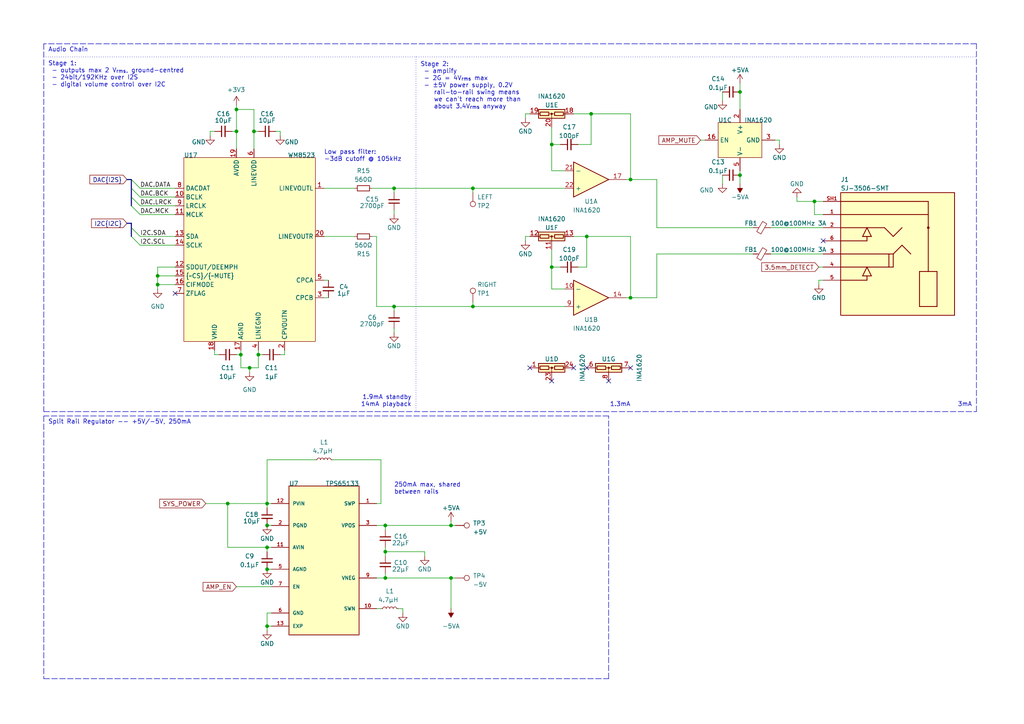
<source format=kicad_sch>
(kicad_sch (version 20230121) (generator eeschema)
  (paper "A4")
  (title_block (title "TANGARA") (date "2023-05-30") (rev "4") (company "made by jacqueline") (comment 1 "SPDX-License-Identifier: CERN-OHL-S-2.0"))
  (lib_symbols
    (symbol "Connector:TestPoint" (pin_numbers hide) (pin_names (offset 0.762) hide)
      (property "Reference" "TP" (at 0 6.858 0))
      (property "Value" "TestPoint" (at 0 5.08 0))
      (symbol "TestPoint_0_1"
        (circle (center 0 3.302) (radius 0.762))
      )
      (symbol "TestPoint_1_1"
        (pin passive line (at 0 0 90) (length 2.54) (name "1") (number "1"))
      )
    )
    (symbol "Device:C_Small" (pin_numbers hide) (pin_names (offset 0.254) hide)
      (property "Reference" "C" (at 0.254 1.778 0))
      (property "Value" "C_Small" (at 0.254 -2.032 0))
      (symbol "C_Small_0_1"
        (polyline (pts (xy -1.524 -0.508) (xy 1.524 -0.508)) (stroke (width 0.3302)))
        (polyline (pts (xy -1.524 0.508) (xy 1.524 0.508)) (stroke (width 0.3048)))
      )
      (symbol "C_Small_1_1"
        (pin passive line (at 0 2.54 270) (length 2.032) (name "~") (number "1"))
        (pin passive line (at 0 -2.54 90) (length 2.032) (name "~") (number "2"))
      )
    )
    (symbol "Device:Ferrite_Bead_Small" (pin_numbers hide) (pin_names (offset 0))
      (property "Reference" "FB" (at 1.905 1.27 0))
      (property "Value" "Device_Ferrite_Bead_Small" (at 1.905 -1.27 0))
      (symbol "Ferrite_Bead_Small_0_1"
        (polyline (pts (xy 0 -1.27) (xy 0 -0.7874)))
        (polyline (pts (xy 0 0.889) (xy 0 1.2954)))
        (polyline (pts (xy -1.8288 0.2794) (xy -1.1176 1.4986) (xy 1.8288 -0.2032) (xy 1.1176 -1.4224) (xy -1.8288 0.2794)))
      )
      (symbol "Ferrite_Bead_Small_1_1"
        (pin passive line (at 0 2.54 270) (length 1.27) (name "~") (number "1"))
        (pin passive line (at 0 -2.54 90) (length 1.27) (name "~") (number "2"))
      )
    )
    (symbol "Device:L_Small" (pin_numbers hide) (pin_names (offset 0.254) hide)
      (property "Reference" "L" (at 0.762 1.016 0))
      (property "Value" "L_Small" (at 0.762 -1.016 0))
      (symbol "L_Small_0_1"
        (arc (start 0 -2.032) (mid 0.5058 -1.524) (end 0 -1.016))
        (arc (start 0 -1.016) (mid 0.5058 -0.508) (end 0 0))
        (arc (start 0 0) (mid 0.5058 0.508) (end 0 1.016))
        (arc (start 0 1.016) (mid 0.5058 1.524) (end 0 2.032))
      )
      (symbol "L_Small_1_1"
        (pin passive line (at 0 2.54 270) (length 0.508) (name "~") (number "1"))
        (pin passive line (at 0 -2.54 90) (length 0.508) (name "~") (number "2"))
      )
    )
    (symbol "Device:R_Small" (pin_numbers hide) (pin_names (offset 0.254) hide)
      (property "Reference" "R" (at 0.762 0.508 0))
      (property "Value" "R_Small" (at 0.762 -1.016 0))
      (symbol "R_Small_0_1"
        (rectangle (start -0.762 1.778) (end 0.762 -1.778) (stroke (width 0.2032)))
      )
      (symbol "R_Small_1_1"
        (pin passive line (at 0 2.54 270) (length 0.762) (name "~") (number "1"))
        (pin passive line (at 0 -2.54 90) (length 0.762) (name "~") (number "2"))
      )
    )
    (symbol "power:+3V3" (power) (pin_names (offset 0))
      (property "Value" "+3V3" (at 0 3.556 0))
      (symbol "+3V3_0_1"
        (polyline (pts (xy -0.762 1.27) (xy 0 2.54)))
        (polyline (pts (xy 0 0) (xy 0 2.54)))
        (polyline (pts (xy 0 2.54) (xy 0.762 1.27)))
      )
      (symbol "+3V3_1_1"
        (pin power_in line (at 0 0 90) (length 0) hide (name "+3V3") (number "1"))
      )
    )
    (symbol "power:+5VA" (power) (pin_names (offset 0))
      (property "Value" "+5VA" (at 0 3.556 0))
      (symbol "+5VA_0_1"
        (polyline (pts (xy -0.762 1.27) (xy 0 2.54)))
        (polyline (pts (xy 0 0) (xy 0 2.54)))
        (polyline (pts (xy 0 2.54) (xy 0.762 1.27)))
      )
      (symbol "+5VA_1_1"
        (pin power_in line (at 0 0 90) (length 0) hide (name "+5VA") (number "1"))
      )
    )
    (symbol "power:-5VA" (power) (pin_names (offset 0))
      (property "Value" "-5VA" (at 0 3.81 0))
      (symbol "-5VA_0_0"
        (pin power_in line (at 0 0 90) (length 0) hide (name "-5VA") (number "1"))
      )
      (symbol "-5VA_0_1"
        (polyline (pts (xy 0 0) (xy 0 1.27) (xy 0.762 1.27) (xy 0 2.54) (xy -0.762 1.27) (xy 0 1.27)) (fill (type outline)))
      )
    )
    (symbol "power:GND" (power) (pin_names (offset 0))
      (property "Value" "GND" (at 0 -3.81 0))
      (symbol "GND_0_1"
        (polyline (pts (xy 0 0) (xy 0 -1.27) (xy 1.27 -1.27) (xy 0 -2.54) (xy -1.27 -1.27) (xy 0 -1.27)))
      )
      (symbol "GND_1_1"
        (pin power_in line (at 0 0 270) (length 0) hide (name "GND") (number "1"))
      )
    )
    (symbol "symbols:INA1620"
      (property "Reference" "U" (at -3.81 7.62 0))
      (symbol "INA1620_1_1"
        (polyline (pts (xy 6.35 0) (xy -3.81 5.08) (xy -3.81 -5.08) (xy 6.35 0)) (stroke (width 0.254)) (fill (type background)))
        (pin output line (at 11.43 0 180) (length 5.08) (name "") (number "17"))
        (pin input line (at -6.35 -2.54 0) (length 2.54) (name "-") (number "21"))
        (pin input line (at -6.35 2.54 0) (length 2.54) (name "+") (number "22"))
      )
      (symbol "INA1620_2_1"
        (polyline (pts (xy 6.35 0) (xy -3.81 5.08) (xy -3.81 -5.08) (xy 6.35 0)) (stroke (width 0.254)) (fill (type background)))
        (pin input line (at -6.35 -2.54 0) (length 2.54) (name "-") (number "10"))
        (pin output line (at 11.43 0 180) (length 5.08) (name "") (number "14"))
        (pin input line (at -6.35 2.54 0) (length 2.54) (name "+") (number "9"))
      )
      (symbol "INA1620_3_1"
        (rectangle (start -6.35 5.08) (end 6.35 -5.08) (fill (type background)))
        (pin no_connect line (at -6.35 1.27 0) (length 3.81) hide (name "NC") (number "15"))
        (pin power_in line (at -10.16 0 0) (length 3.81) (name "EN") (number "16"))
        (pin power_in line (at 0 8.89 270) (length 3.81) (name "V+") (number "2"))
        (pin power_in line (at 0 -8.89 90) (length 3.81) hide (name "EP") (number "25"))
        (pin power_in line (at 10.16 0 180) (length 3.81) (name "GND") (number "3"))
        (pin no_connect line (at -6.35 -1.27 0) (length 3.81) hide (name "NC") (number "4"))
        (pin power_in line (at 0 -8.89 90) (length 3.81) (name "V-") (number "5"))
      )
      (symbol "INA1620_4_1"
        (rectangle (start -1.27 3.81) (end 1.27 -3.81) (stroke (width 0.254)) (fill (type background)))
        (rectangle (start -0.508 -0.8382) (end 0.508 -3.3782) (stroke (width 0.254)))
        (rectangle (start -0.508 3.3782) (end 0.508 0.8382) (stroke (width 0.254)))
        (polyline (pts (xy 0 -5.08) (xy 0 -3.429)))
        (polyline (pts (xy 0 0.889) (xy 0 -0.889)))
        (polyline (pts (xy 0 5.08) (xy 0 3.3782)))
        (polyline (pts (xy 1.27 0) (xy 0 0)))
        (circle (center 0 0.0254) (radius 0.254) (fill (type outline)))
        (pin passive line (at 0 -6.35 90) (length 2.54) (name "~") (number "1"))
        (pin passive line (at 3.81 0 180) (length 2.54) (name "~") (number "23"))
        (pin passive line (at 0 6.35 270) (length 2.54) (name "") (number "24"))
      )
      (symbol "INA1620_5_1"
        (rectangle (start -1.27 3.81) (end 1.27 -3.81) (stroke (width 0.254)) (fill (type background)))
        (rectangle (start -0.508 -0.8382) (end 0.508 -3.3782) (stroke (width 0.254)))
        (rectangle (start -0.508 3.3782) (end 0.508 0.8382) (stroke (width 0.254)))
        (polyline (pts (xy 0 -5.08) (xy 0 -3.429)))
        (polyline (pts (xy 0 0.889) (xy 0 -0.889)))
        (polyline (pts (xy 0 5.08) (xy 0 3.3782)))
        (polyline (pts (xy 1.27 0) (xy 0 0)))
        (circle (center 0 0.0254) (radius 0.254) (fill (type outline)))
        (pin passive line (at 0 -6.35 90) (length 2.54) (name "~") (number "18"))
        (pin passive line (at 0 6.35 270) (length 2.54) (name "~") (number "19"))
        (pin passive line (at 3.81 0 180) (length 2.54) (name "~") (number "20"))
      )
      (symbol "INA1620_6_1"
        (rectangle (start -1.27 3.81) (end 1.27 -3.81) (stroke (width 0.254)) (fill (type background)))
        (rectangle (start -0.508 -0.8382) (end 0.508 -3.3782) (stroke (width 0.254)))
        (rectangle (start -0.508 3.3782) (end 0.508 0.8382) (stroke (width 0.254)))
        (polyline (pts (xy 0 -5.08) (xy 0 -3.429)))
        (polyline (pts (xy 0 0.889) (xy 0 -0.889)))
        (polyline (pts (xy 0 5.08) (xy 0 3.3782)))
        (polyline (pts (xy 1.27 0) (xy 0 0)))
        (circle (center 0 0.0254) (radius 0.254) (fill (type outline)))
        (pin passive line (at 3.81 0 180) (length 2.54) (name "~") (number "11"))
        (pin passive line (at 0 6.35 270) (length 2.54) (name "~") (number "12"))
        (pin passive line (at 0 -6.35 90) (length 2.54) (name "~") (number "13"))
      )
      (symbol "INA1620_7_1"
        (rectangle (start -1.27 3.81) (end 1.27 -3.81) (stroke (width 0.254)) (fill (type background)))
        (rectangle (start -0.508 -0.8382) (end 0.508 -3.3782) (stroke (width 0.254)))
        (rectangle (start -0.508 3.3782) (end 0.508 0.8382) (stroke (width 0.254)))
        (polyline (pts (xy 0 -5.08) (xy 0 -3.429)))
        (polyline (pts (xy 0 0.889) (xy 0 -0.889)))
        (polyline (pts (xy 0 5.08) (xy 0 3.3782)))
        (polyline (pts (xy 1.27 0) (xy 0 0)))
        (circle (center 0 0.0254) (radius 0.254) (fill (type outline)))
        (pin passive line (at 0 -6.35 90) (length 2.54) (name "~") (number "6"))
        (pin passive line (at 0 6.35 270) (length 2.54) (name "~") (number "7"))
        (pin passive line (at 3.81 0 180) (length 2.54) (name "~") (number "8"))
      )
    )
    (symbol "symbols:SJ-3506-SMT" (pin_names (offset 1.016))
      (property "Reference" "J" (at -17.783 17.7838 0))
      (property "Value" "SJ-3506-SMT" (at -17.7835 -25.4051 0))
      (symbol "SJ-3506-SMT_0_0"
        (rectangle (start -17.78 17.78) (end 15.24 -17.78) (stroke (width 0.254)) (fill (type background)))
        (circle (center -10.16 7.62) (radius 0.254) (stroke (width 0.254)))
        (polyline (pts (xy -12.7 -15.24) (xy -7.62 -15.24)) (stroke (width 0.254)))
        (polyline (pts (xy -12.7 -5.08) (xy -12.7 -15.24)) (stroke (width 0.254)))
        (polyline (pts (xy -10.16 -5.08) (xy -12.7 -5.08)) (stroke (width 0.254)))
        (polyline (pts (xy -10.16 -5.08) (xy -10.16 7.62)) (stroke (width 0.254)))
        (polyline (pts (xy -10.16 7.62) (xy -10.16 15.24)) (stroke (width 0.254)))
        (polyline (pts (xy -10.16 11.43) (xy 15.24 11.43)) (stroke (width 0.254)))
        (polyline (pts (xy -10.16 15.24) (xy 15.24 15.24)) (stroke (width 0.254)))
        (polyline (pts (xy -7.62 -15.24) (xy -7.62 -5.08)) (stroke (width 0.254)))
        (polyline (pts (xy -7.62 -5.08) (xy -10.16 -5.08)) (stroke (width 0.254)))
        (polyline (pts (xy -5.08 0) (xy -2.54 2.54)) (stroke (width 0.254)))
        (polyline (pts (xy -2.54 2.54) (xy 0 0)) (stroke (width 0.254)))
        (polyline (pts (xy -2.54 7.62) (xy 0 5.08)) (stroke (width 0.254)))
        (polyline (pts (xy 0 -3.81) (xy 1.27 -3.81)) (stroke (width 0.254)))
        (polyline (pts (xy 0 0) (xy 0 -3.81)) (stroke (width 0.254)))
        (polyline (pts (xy 0 0) (xy 1.27 0)) (stroke (width 0.254)))
        (polyline (pts (xy 0 5.08) (xy 2.54 7.62)) (stroke (width 0.254)))
        (polyline (pts (xy 1.27 -3.81) (xy 15.24 -3.81)) (stroke (width 0.254)))
        (polyline (pts (xy 1.27 0) (xy 1.27 -3.81)) (stroke (width 0.254)))
        (polyline (pts (xy 1.27 0) (xy 15.24 0)) (stroke (width 0.254)))
        (polyline (pts (xy 2.54 7.62) (xy 7.62 7.62)) (stroke (width 0.254)))
        (polyline (pts (xy 6.35 -6.35) (xy 8.89 -6.35)) (stroke (width 0.254)))
        (polyline (pts (xy 6.35 5.08) (xy 8.89 5.08)) (stroke (width 0.254)))
        (polyline (pts (xy 7.62 -7.62) (xy 7.62 -6.35)) (stroke (width 0.254)))
        (polyline (pts (xy 7.62 -7.62) (xy 15.24 -7.62)) (stroke (width 0.254)))
        (polyline (pts (xy 7.62 -3.81) (xy 6.35 -6.35)) (stroke (width 0.254)))
        (polyline (pts (xy 7.62 3.81) (xy 15.24 3.81)) (stroke (width 0.254)))
        (polyline (pts (xy 7.62 5.08) (xy 7.62 3.81)) (stroke (width 0.254)))
        (polyline (pts (xy 7.62 7.62) (xy 6.35 5.08)) (stroke (width 0.254)))
        (polyline (pts (xy 7.62 7.62) (xy 15.24 7.62)) (stroke (width 0.254)))
        (polyline (pts (xy 8.89 -6.35) (xy 7.62 -3.81)) (stroke (width 0.254)))
        (polyline (pts (xy 8.89 5.08) (xy 7.62 7.62)) (stroke (width 0.254)))
        (pin passive line (at 20.32 11.43 180) (length 5.08) (name "~") (number "1"))
        (pin passive line (at 20.32 7.62 180) (length 5.08) (name "~") (number "2"))
        (pin passive line (at 20.32 0 180) (length 5.08) (name "~") (number "3"))
        (pin passive line (at 20.32 -3.81 180) (length 5.08) (name "~") (number "4"))
        (pin passive line (at 20.32 -7.62 180) (length 5.08) (name "~") (number "5"))
        (pin passive line (at 20.32 3.81 180) (length 5.08) (name "~") (number "6"))
        (pin passive line (at 20.32 15.24 180) (length 5.08) (name "~") (number "SH1"))
        (pin passive line (at 20.32 15.24 180) (length 5.08) hide (name "~") (number "SH2"))
      )
    )
    (symbol "symbols:TPS65135RTER" (pin_names (offset 1.016))
      (property "Reference" "U" (at -10.16 23.622 0))
      (property "Value" "TPS65135RTER" (at -10.16 -22.86 0))
      (symbol "TPS65135RTER_0_0"
        (rectangle (start -10.16 22.86) (end 10.16 -20.32) (stroke (width 0.254)) (fill (type background)))
        (pin bidirectional line (at 15.24 17.78 180) (length 5.08) (name "SWP") (number "1"))
        (pin bidirectional line (at 15.24 -12.7 180) (length 5.08) (name "SWN") (number "10"))
        (pin bidirectional line (at -15.24 5.08 0) (length 5.08) (name "AVIN") (number "11"))
        (pin bidirectional line (at -15.24 17.78 0) (length 5.08) (name "PVIN") (number "12"))
        (pin power_in line (at -15.24 -17.78 0) (length 5.08) (name "EXP") (number "13"))
        (pin power_in line (at -15.24 11.43 0) (length 5.08) (name "PGND") (number "2"))
        (pin output line (at 15.24 11.43 180) (length 5.08) (name "VPOS") (number "3"))
        (pin power_in line (at -15.24 -13.97 0) (length 5.08) hide (name "GND") (number "4"))
        (pin input line (at -15.24 -1.27 0) (length 5.08) (name "AGND") (number "5"))
        (pin power_in line (at -15.24 -13.97 0) (length 5.08) (name "GND") (number "6"))
        (pin input line (at -15.24 -6.35 0) (length 5.08) (name "EN") (number "7"))
        (pin output line (at -15.24 -13.97 0) (length 5.08) hide (name "GND") (number "8"))
        (pin output line (at 15.24 -3.81 180) (length 5.08) (name "VNEG") (number "9"))
      )
    )
    (symbol "symbols:WM8523"
      (property "Reference" "U" (at -3.81 5.08 0))
      (symbol "WM8523_0_0"
        (pin output line (at 21.59 16.51 180) (length 2.54) (name "LINEVOUTL") (number "1"))
        (pin output line (at -21.59 13.97 0) (length 2.54) (name "BCLK") (number "10"))
        (pin output line (at -21.59 8.89 0) (length 2.54) (name "MCLK") (number "11"))
        (pin output line (at -21.59 -6.35 0) (length 2.54) (name "SDOUT/DEEMPH") (number "12"))
        (pin output line (at -21.59 2.54 0) (length 2.54) (name "SDA") (number "13"))
        (pin output line (at -21.59 0 0) (length 2.54) (name "SCLK") (number "14"))
        (pin output line (at -21.59 -8.89 0) (length 2.54) (name "{~CS}/{~MUTE}") (number "15"))
        (pin output line (at -21.59 -11.43 0) (length 2.54) (name "CIFMODE") (number "16"))
        (pin output line (at -2.54 -30.48 90) (length 2.54) (name "AGND") (number "17"))
        (pin output line (at -10.16 -30.48 90) (length 2.54) (name "VMID") (number "18"))
        (pin output line (at -3.81 27.94 270) (length 2.54) (name "AVDD") (number "19"))
        (pin output line (at 10.16 -30.48 90) (length 2.54) (name "CPVOUTN") (number "2"))
        (pin output line (at 21.59 2.54 180) (length 2.54) (name "LINEVOUTR") (number "20"))
        (pin output line (at 21.59 -15.24 180) (length 2.54) (name "CPCB") (number "3"))
        (pin output line (at 2.54 -30.48 90) (length 2.54) (name "LINEGND") (number "4"))
        (pin output line (at 21.59 -10.16 180) (length 2.54) (name "CPCA") (number "5"))
        (pin output line (at 1.27 27.94 270) (length 2.54) (name "LINEVDD") (number "6"))
        (pin output line (at -21.59 -13.97 0) (length 2.54) (name "ZFLAG") (number "7"))
        (pin output line (at -21.59 16.51 0) (length 2.54) (name "DACDAT") (number "8"))
        (pin output line (at -21.59 11.43 0) (length 2.54) (name "LRCLK") (number "9"))
      )
      (symbol "WM8523_0_1"
        (rectangle (start -19.05 25.4) (end 19.05 -27.94) (fill (type background)))
      )
    )
  )
  (junction (at 236.22 58.42))
  (junction (at 130.81 167.64))
  (junction (at 137.16 88.9))
  (junction (at 68.58 31.75))
  (junction (at 45.72 80.01))
  (junction (at 74.93 102.87))
  (junction (at 66.04 146.05))
  (junction (at 77.47 181.61))
  (junction (at 171.45 33.02))
  (junction (at 111.76 167.64))
  (junction (at 77.47 165.1))
  (junction (at 77.47 152.4))
  (junction (at 214.63 26.67))
  (junction (at 77.47 158.75))
  (junction (at 214.63 50.8))
  (junction (at 73.66 38.1))
  (junction (at 137.16 54.61))
  (junction (at 160.02 77.47))
  (junction (at 182.88 86.36))
  (junction (at 130.81 152.4))
  (junction (at 68.58 38.1))
  (junction (at 111.76 152.4))
  (junction (at 160.02 41.91))
  (junction (at 111.76 160.02))
  (junction (at 72.39 106.68))
  (junction (at 77.47 146.05))
  (junction (at 69.85 102.87))
  (junction (at 182.88 52.07))
  (junction (at 170.18 68.58))
  (junction (at 114.3 88.9))
  (junction (at 45.72 82.55))
  (junction (at 114.3 54.61))
  (no_connect (at 166.37 106.68))
  (no_connect (at 50.8 85.09))
  (no_connect (at 153.67 106.68))
  (no_connect (at 182.88 106.68))
  (no_connect (at 170.18 106.68))
  (no_connect (at 238.76 69.85))
  (no_connect (at 176.53 110.49))
  (no_connect (at 160.02 110.49))
  (bus_entry (at 38.1 52.07) (size 2.54 2.54))
  (bus_entry (at 38.1 59.69) (size 2.54 2.54))
  (bus_entry (at 40.64 71.12) (size -2.54 -2.54))
  (bus_entry (at 38.1 57.15) (size 2.54 2.54))
  (bus_entry (at 38.1 54.61) (size 2.54 2.54))
  (bus_entry (at 40.64 68.58) (size -2.54 -2.54))
  (wire (pts (xy 109.22 146.05) (xy 110.49 146.05)))
  (polyline (pts (xy 12.7 16.51) (xy 283.21 16.51)) (stroke (width 0) (type dot)))
  (bus (pts (xy 38.1 54.61) (xy 38.1 57.15)))
  (wire (pts (xy 182.88 68.58) (xy 182.88 86.36)))
  (wire (pts (xy 68.58 31.75) (xy 68.58 38.1)))
  (wire (pts (xy 82.55 102.87) (xy 81.28 102.87)))
  (polyline (pts (xy 283.21 12.7) (xy 12.7 12.7)) (stroke (width 0) (type dash)))
  (polyline (pts (xy 283.21 119.38) (xy 283.21 12.7)) (stroke (width 0) (type dash)))
  (wire (pts (xy 181.61 86.36) (xy 182.88 86.36)))
  (wire (pts (xy 181.61 52.07) (xy 182.88 52.07)))
  (wire (pts (xy 160.02 77.47) (xy 160.02 83.82)))
  (polyline (pts (xy 120.65 16.51) (xy 120.65 119.38)) (stroke (width 0) (type dot)))
  (wire (pts (xy 40.64 68.58) (xy 50.8 68.58)))
  (wire (pts (xy 77.47 133.35) (xy 91.44 133.35)))
  (wire (pts (xy 110.49 176.53) (xy 109.22 176.53)))
  (wire (pts (xy 62.23 102.87) (xy 63.5 102.87)))
  (wire (pts (xy 93.98 54.61) (xy 102.87 54.61)))
  (wire (pts (xy 160.02 72.39) (xy 160.02 77.47)))
  (wire (pts (xy 170.18 77.47) (xy 170.18 68.58)))
  (wire (pts (xy 226.06 40.64) (xy 224.79 40.64)))
  (wire (pts (xy 73.66 31.75) (xy 68.58 31.75)))
  (wire (pts (xy 66.04 158.75) (xy 66.04 146.05)))
  (wire (pts (xy 237.49 77.47) (xy 238.76 77.47)))
  (wire (pts (xy 160.02 83.82) (xy 163.83 83.82)))
  (wire (pts (xy 190.5 66.04) (xy 218.44 66.04)))
  (wire (pts (xy 231.14 58.42) (xy 231.14 57.15)))
  (wire (pts (xy 45.72 80.01) (xy 45.72 82.55)))
  (wire (pts (xy 214.63 49.53) (xy 214.63 50.8)))
  (wire (pts (xy 50.8 77.47) (xy 45.72 77.47)))
  (wire (pts (xy 190.5 52.07) (xy 182.88 52.07)))
  (wire (pts (xy 114.3 62.23) (xy 114.3 60.96)))
  (wire (pts (xy 62.23 101.6) (xy 62.23 102.87)))
  (wire (pts (xy 116.84 176.53) (xy 116.84 177.8)))
  (wire (pts (xy 77.47 147.32) (xy 77.47 146.05)))
  (wire (pts (xy 68.58 38.1) (xy 68.58 43.18)))
  (wire (pts (xy 167.64 41.91) (xy 171.45 41.91)))
  (wire (pts (xy 110.49 146.05) (xy 110.49 133.35)))
  (wire (pts (xy 40.64 54.61) (xy 50.8 54.61)))
  (wire (pts (xy 111.76 152.4) (xy 111.76 153.67)))
  (wire (pts (xy 166.37 33.02) (xy 171.45 33.02)))
  (polyline (pts (xy 176.53 120.65) (xy 12.7 120.65)) (stroke (width 0) (type dash)))
  (wire (pts (xy 77.47 182.88) (xy 77.47 181.61)))
  (wire (pts (xy 93.98 68.58) (xy 102.87 68.58)))
  (wire (pts (xy 130.81 167.64) (xy 111.76 167.64)))
  (wire (pts (xy 68.58 30.48) (xy 68.58 31.75)))
  (bus (pts (xy 36.83 64.77) (xy 38.1 64.77)))
  (wire (pts (xy 69.85 102.87) (xy 68.58 102.87)))
  (wire (pts (xy 77.47 146.05) (xy 77.47 133.35)))
  (wire (pts (xy 114.3 96.52) (xy 114.3 95.25)))
  (wire (pts (xy 160.02 36.83) (xy 160.02 41.91)))
  (wire (pts (xy 62.23 38.1) (xy 60.96 38.1)))
  (wire (pts (xy 137.16 88.9) (xy 163.83 88.9)))
  (wire (pts (xy 153.67 68.58) (xy 152.4 68.58)))
  (wire (pts (xy 69.85 106.68) (xy 69.85 102.87)))
  (wire (pts (xy 95.25 86.36) (xy 93.98 86.36)))
  (wire (pts (xy 81.28 38.1) (xy 80.01 38.1)))
  (wire (pts (xy 74.93 106.68) (xy 72.39 106.68)))
  (wire (pts (xy 111.76 160.02) (xy 111.76 161.29)))
  (wire (pts (xy 130.81 151.13) (xy 130.81 152.4)))
  (wire (pts (xy 231.14 58.42) (xy 236.22 58.42)))
  (wire (pts (xy 69.85 101.6) (xy 69.85 102.87)))
  (wire (pts (xy 74.93 102.87) (xy 76.2 102.87)))
  (wire (pts (xy 171.45 33.02) (xy 182.88 33.02)))
  (wire (pts (xy 81.28 39.37) (xy 81.28 38.1)))
  (wire (pts (xy 111.76 152.4) (xy 130.81 152.4)))
  (wire (pts (xy 137.16 87.63) (xy 137.16 88.9)))
  (wire (pts (xy 74.93 102.87) (xy 74.93 106.68)))
  (wire (pts (xy 109.22 152.4) (xy 111.76 152.4)))
  (wire (pts (xy 40.64 71.12) (xy 50.8 71.12)))
  (wire (pts (xy 238.76 81.28) (xy 237.49 81.28)))
  (wire (pts (xy 170.18 68.58) (xy 182.88 68.58)))
  (wire (pts (xy 77.47 181.61) (xy 78.74 181.61)))
  (wire (pts (xy 72.39 106.68) (xy 69.85 106.68)))
  (wire (pts (xy 203.2 40.64) (xy 204.47 40.64)))
  (wire (pts (xy 109.22 88.9) (xy 114.3 88.9)))
  (wire (pts (xy 114.3 54.61) (xy 137.16 54.61)))
  (wire (pts (xy 111.76 158.75) (xy 111.76 160.02)))
  (wire (pts (xy 59.69 146.05) (xy 66.04 146.05)))
  (polyline (pts (xy 12.7 12.7) (xy 12.7 119.38)) (stroke (width 0) (type dash)))
  (wire (pts (xy 237.49 81.28) (xy 237.49 82.55)))
  (wire (pts (xy 190.5 66.04) (xy 190.5 52.07)))
  (wire (pts (xy 109.22 68.58) (xy 109.22 88.9)))
  (bus (pts (xy 36.83 52.07) (xy 38.1 52.07)))
  (polyline (pts (xy 176.53 196.85) (xy 176.53 120.65)) (stroke (width 0) (type dash)))
  (wire (pts (xy 238.76 62.23) (xy 236.22 62.23)))
  (wire (pts (xy 137.16 54.61) (xy 163.83 54.61)))
  (wire (pts (xy 223.52 73.66) (xy 238.76 73.66)))
  (wire (pts (xy 40.64 62.23) (xy 50.8 62.23)))
  (wire (pts (xy 72.39 106.68) (xy 72.39 107.95)))
  (wire (pts (xy 74.93 101.6) (xy 74.93 102.87)))
  (bus (pts (xy 38.1 57.15) (xy 38.1 59.69)))
  (wire (pts (xy 60.96 38.1) (xy 60.96 39.37)))
  (wire (pts (xy 167.64 77.47) (xy 170.18 77.47)))
  (bus (pts (xy 38.1 66.04) (xy 38.1 68.58)))
  (wire (pts (xy 73.66 38.1) (xy 73.66 43.18)))
  (wire (pts (xy 123.19 160.02) (xy 111.76 160.02)))
  (wire (pts (xy 40.64 57.15) (xy 50.8 57.15)))
  (polyline (pts (xy 12.7 120.65) (xy 12.7 196.85)) (stroke (width 0) (type dash)))
  (wire (pts (xy 68.58 170.18) (xy 78.74 170.18)))
  (wire (pts (xy 109.22 167.64) (xy 111.76 167.64)))
  (polyline (pts (xy 12.7 196.85) (xy 176.53 196.85)) (stroke (width 0) (type dash)))
  (wire (pts (xy 226.06 41.91) (xy 226.06 40.64)))
  (wire (pts (xy 114.3 88.9) (xy 137.16 88.9)))
  (wire (pts (xy 160.02 41.91) (xy 162.56 41.91)))
  (wire (pts (xy 77.47 165.1) (xy 78.74 165.1)))
  (wire (pts (xy 137.16 55.88) (xy 137.16 54.61)))
  (wire (pts (xy 77.47 158.75) (xy 78.74 158.75)))
  (wire (pts (xy 77.47 152.4) (xy 78.74 152.4)))
  (wire (pts (xy 82.55 101.6) (xy 82.55 102.87)))
  (wire (pts (xy 130.81 176.53) (xy 130.81 167.64)))
  (wire (pts (xy 110.49 133.35) (xy 96.52 133.35)))
  (wire (pts (xy 152.4 33.02) (xy 152.4 34.29)))
  (wire (pts (xy 95.25 81.28) (xy 93.98 81.28)))
  (wire (pts (xy 77.47 146.05) (xy 78.74 146.05)))
  (wire (pts (xy 111.76 166.37) (xy 111.76 167.64)))
  (wire (pts (xy 223.52 66.04) (xy 238.76 66.04)))
  (wire (pts (xy 160.02 77.47) (xy 162.56 77.47)))
  (wire (pts (xy 107.95 68.58) (xy 109.22 68.58)))
  (wire (pts (xy 45.72 82.55) (xy 45.72 83.82)))
  (wire (pts (xy 190.5 73.66) (xy 190.5 86.36)))
  (wire (pts (xy 153.67 33.02) (xy 152.4 33.02)))
  (bus (pts (xy 38.1 52.07) (xy 38.1 54.61)))
  (wire (pts (xy 115.57 176.53) (xy 116.84 176.53)))
  (wire (pts (xy 50.8 82.55) (xy 45.72 82.55)))
  (wire (pts (xy 171.45 41.91) (xy 171.45 33.02)))
  (wire (pts (xy 130.81 152.4) (xy 132.08 152.4)))
  (wire (pts (xy 114.3 88.9) (xy 114.3 90.17)))
  (wire (pts (xy 77.47 158.75) (xy 66.04 158.75)))
  (wire (pts (xy 214.63 24.13) (xy 214.63 26.67)))
  (wire (pts (xy 236.22 58.42) (xy 236.22 62.23)))
  (wire (pts (xy 66.04 146.05) (xy 77.47 146.05)))
  (wire (pts (xy 123.19 161.29) (xy 123.19 160.02)))
  (wire (pts (xy 74.93 38.1) (xy 73.66 38.1)))
  (wire (pts (xy 78.74 177.8) (xy 77.47 177.8)))
  (wire (pts (xy 77.47 160.02) (xy 77.47 158.75)))
  (wire (pts (xy 152.4 68.58) (xy 152.4 69.85)))
  (wire (pts (xy 214.63 26.67) (xy 214.63 31.75)))
  (wire (pts (xy 163.83 49.53) (xy 160.02 49.53)))
  (wire (pts (xy 107.95 54.61) (xy 114.3 54.61)))
  (wire (pts (xy 190.5 73.66) (xy 218.44 73.66)))
  (wire (pts (xy 182.88 33.02) (xy 182.88 52.07)))
  (wire (pts (xy 166.37 68.58) (xy 170.18 68.58)))
  (wire (pts (xy 67.31 38.1) (xy 68.58 38.1)))
  (wire (pts (xy 50.8 80.01) (xy 45.72 80.01)))
  (wire (pts (xy 130.81 167.64) (xy 132.08 167.64)))
  (wire (pts (xy 40.64 59.69) (xy 50.8 59.69)))
  (wire (pts (xy 209.55 26.67) (xy 209.55 29.21)))
  (wire (pts (xy 214.63 50.8) (xy 214.63 53.34)))
  (wire (pts (xy 160.02 41.91) (xy 160.02 49.53)))
  (wire (pts (xy 45.72 77.47) (xy 45.72 80.01)))
  (polyline (pts (xy 12.7 119.38) (xy 283.21 119.38)) (stroke (width 0) (type dash)))
  (wire (pts (xy 73.66 38.1) (xy 73.66 31.75)))
  (wire (pts (xy 182.88 86.36) (xy 190.5 86.36)))
  (wire (pts (xy 77.47 177.8) (xy 77.47 181.61)))
  (wire (pts (xy 114.3 54.61) (xy 114.3 55.88)))
  (wire (pts (xy 236.22 58.42) (xy 238.76 58.42)))
  (bus (pts (xy 38.1 64.77) (xy 38.1 66.04)))
  (wire (pts (xy 209.55 53.34) (xy 209.55 50.8)))
  (text "Low pass filter:\n-3dB cutoff @ 105kHz" (at 93.98 46.99 0) (effects (font (size 1.27 1.27)) (justify left bottom)))
  (text "Stage 2:\n - amplify\n - 2G = 4V_{rms} max\n - ±5V power supply, 0.2V\n    rail-to-rail swing means\n    we can't reach more than\n    about 3.4V_{rms} anyway" (at 121.92 31.75 0) (effects (font (size 1.27 1.27)) (justify left bottom)))
  (text "1.9mA standby\n14mA playback" (at 119.38 118.11 0) (effects (font (size 1.27 1.27)) (justify right bottom)))
  (text "Audio Chain\n" (at 13.97 15.24 0) (effects (font (size 1.27 1.27)) (justify left bottom)))
  (text "Stage 1:\n - outputs max 2 V_{rms}, ground-centred\n - 24bit/192KHz over I2S\n - digital volume control over I2C" (at 13.97 25.4 0) (effects (font (size 1.27 1.27)) (justify left bottom)))
  (text "250mA max, shared\nbetween rails" (at 114.3 143.51 0) (effects (font (size 1.27 1.27)) (justify left bottom)))
  (text "3mA" (at 281.94 118.11 0) (effects (font (size 1.27 1.27)) (justify right bottom)))
  (text "1.3mA" (at 182.88 118.11 0) (effects (font (size 1.27 1.27)) (justify right bottom)))
  (text "Split Rail Regulator -- +5V/-5V, 250mA" (at 13.97 123.19 0) (effects (font (size 1.27 1.27)) (justify left bottom)))
  (label "I2C.SDA" (at 40.64 68.58 0))
  (label "DAC.MCK" (at 40.64 62.23 0))
  (label "DAC.LRCK" (at 40.64 59.69 0))
  (label "DAC.DATA" (at 40.64 54.61 0))
  (label "DAC.BCK" (at 40.64 57.15 0))
  (label "I2C.SCL" (at 40.64 71.12 0))
  (global_label "3.5mm_DETECT" (shape input) (at 237.49 77.47 180) (property "Intersheetrefs" "${INTERSHEET_REFS}" (effects hide)))
  (global_label "AMP_EN" (shape input) (at 68.58 170.18 180) (property "Intersheetrefs" "${INTERSHEET_REFS}" (effects hide)))
  (global_label "I2C{I2C}" (shape input) (at 36.83 64.77 180) (property "Intersheetrefs" "${INTERSHEET_REFS}" (effects hide)))
  (global_label "DAC{I2S}" (shape input) (at 36.83 52.07 180) (property "Intersheetrefs" "${INTERSHEET_REFS}" (effects hide)))
  (global_label "AMP_MUTE" (shape input) (at 203.2 40.64 180) (property "Intersheetrefs" "${INTERSHEET_REFS}" (effects hide)))
  (global_label "SYS_POWER" (shape input) (at 59.69 146.05 180) (property "Intersheetrefs" "${INTERSHEET_REFS}" (effects hide)))
  (symbol (lib_id "power:GND") (at 77.47 165.1 0) (unit 1)
    (property "Reference" "#PWR015" (effects hide))
    (property "Value" "GND" (at 77.47 168.91 0))
  )
  (symbol (lib_id "symbols:SJ-3506-SMT") (at 259.08 73.66 0) (mirror y) (unit 1)
    (property "Reference" "J1" (at 243.84 52.07 0) (effects (justify right)))
    (property "Value" "SJ-3506-SMT" (at 243.84 54.61 0) (effects (justify right)))
    (property "Footprint" "footprints:CUI_SJ-3506-SMT" (effects hide))
    (property "MPN" "SJ-3506-SMT-TR" (effects hide))
  )
  (symbol (lib_id "power:+3V3") (at 68.58 30.48 0) (unit 1)
    (property "Reference" "#PWR07" (effects hide))
    (property "Value" "+3V3" (at 71.12 26.035 0) (effects (justify right)))
  )
  (symbol (lib_id "power:GND") (at 226.06 41.91 0) (unit 1)
    (property "Reference" "#PWR038" (effects hide))
    (property "Value" "GND" (at 226.06 45.72 0))
  )
  (symbol (lib_id "Device:Ferrite_Bead_Small") (at 220.98 66.04 90) (unit 1)
    (property "Reference" "FB1" (at 219.71 64.77 90) (effects (justify left)))
    (property "Value" "100@100MHz 3A" (at 223.52 64.77 90) (effects (justify right)))
    (property "Footprint" "Inductor_SMD:L_0603_1608Metric" (effects hide))
    (property "MPN" "BLM18KG101TN1D" (effects hide))
    (instances (project "tangara-mainboard" (path "" (reference "FB1") (unit 1)) (path "" (reference "FB2") (unit 1)) (path "" (reference "FB3") (unit 1))) (project "reform2-motherboard" (path "" (reference "FB17") (unit 1))))
  )
  (symbol (lib_id "Device:Ferrite_Bead_Small") (at 220.98 73.66 90) (unit 1)
    (property "Reference" "FB1" (at 219.71 72.39 90) (effects (justify left)))
    (property "Value" "100@100MHz 3A" (at 223.52 72.39 90) (effects (justify right)))
    (property "Footprint" "Inductor_SMD:L_0603_1608Metric" (effects hide))
    (property "MPN" "BLM18KG101TN1D" (effects hide))
    (instances (project "tangara-mainboard" (path "" (reference "FB1") (unit 1)) (path "" (reference "FB2") (unit 1)) (path "" (reference "FB4") (unit 1))) (project "reform2-motherboard" (path "" (reference "FB17") (unit 1))))
  )
  (symbol (lib_id "symbols:INA1620") (at 214.63 40.64 0) (unit 3)
    (property "Reference" "U1" (at 208.28 35.56 0) (effects (justify left bottom)))
    (property "Value" "INA1620" (at 215.9 35.56 0) (effects (justify left bottom)))
    (property "Footprint" "Package_DFN_QFN:QFN-24-1EP_4x4mm_P0.5mm_EP2.7x2.7mm_ThermalVias" (effects hide))
    (property "MPN" "INA1620RTWR" (effects hide))
  )
  (symbol (lib_id "power:GND") (at 60.96 39.37 0) (unit 1)
    (property "Reference" "#PWR017" (effects hide))
    (property "Value" "GND" (at 59.69 41.91 0) (effects (justify right bottom)))
  )
  (symbol (lib_id "Device:C_Small") (at 165.1 77.47 90) (unit 1)
    (property "Reference" "C19" (at 165.1063 72.39 90))
    (property "Value" "100pF" (at 165.1063 74.93 90))
    (property "Footprint" "Capacitor_SMD:C_0603_1608Metric" (effects hide))
  )
  (symbol (lib_id "Device:C_Small") (at 114.3 58.42 180) (unit 1)
    (property "Reference" "C15" (at 107.95 57.785 0))
    (property "Value" "2700pF" (at 107.95 59.69 0))
    (property "Footprint" "Capacitor_SMD:C_0603_1608Metric" (effects hide))
    (property "MPN" "GRM1885C1H272JA01D" (effects hide))
  )
  (symbol (lib_id "power:+5VA") (at 130.81 151.13 0) (unit 1)
    (property "Reference" "#PWR019" (effects hide))
    (property "Value" "+5VA" (at 130.81 147.32 0))
  )
  (symbol (lib_id "Device:L_Small") (at 113.03 176.53 270) (mirror x) (unit 1)
    (property "Reference" "L1" (at 114.3 171.45 90) (effects (justify right)))
    (property "Value" "4.7μH" (at 115.57 173.99 90) (effects (justify right)))
    (property "Footprint" "Inductor_SMD:L_1008_2520Metric" (effects hide))
    (property "MPN" "1239AS-H-4R7M" (effects hide))
  )
  (symbol (lib_id "Device:C_Small") (at 111.76 163.83 0) (unit 1)
    (property "Reference" "C10" (at 116.205 163.195 0))
    (property "Value" "22μF" (at 116.205 165.1 0))
    (property "Footprint" "Capacitor_SMD:C_1206_3216Metric" (effects hide))
    (property "MPN" "GRM319R61C226KE15D" (effects hide))
  )
  (symbol (lib_id "symbols:WM8523") (at 72.39 71.12 0) (unit 1)
    (property "Reference" "U17" (at 53.34 45.72 0) (effects (justify left bottom)))
    (property "Value" "WM8523" (at 91.44 45.72 0) (effects (justify right bottom)))
    (property "Footprint" "Package_SO:SSOP-20_4.4x6.5mm_P0.65mm" (effects hide))
    (property "MPN" "WM8523GEDT/R" (effects hide))
  )
  (symbol (lib_id "Device:R_Small") (at 105.41 68.58 90) (mirror x) (unit 1)
    (property "Reference" "R15" (at 105.41 73.66 90))
    (property "Value" "560Ω" (at 105.41 71.12 90))
    (property "Footprint" "Resistor_SMD:R_0805_2012Metric" (effects hide))
    (property "MPN" "ERJ-P06F5600V" (effects hide))
  )
  (symbol (lib_id "power:GND") (at 209.55 29.21 0) (unit 1)
    (property "Reference" "#PWR037" (effects hide))
    (property "Value" "GND" (at 208.28 31.75 0) (effects (justify right bottom)))
  )
  (symbol (lib_id "Device:C_Small") (at 95.25 83.82 0) (unit 1)
    (property "Reference" "C4" (at 99.695 83.185 0))
    (property "Value" "1μF" (at 99.695 85.09 0))
    (property "Footprint" "Capacitor_SMD:C_0805_2012Metric" (effects hide))
    (property "MPN" "GRM216R61C105KA88D" (effects hide))
  )
  (symbol (lib_id "symbols:TPS65135RTER") (at 93.98 163.83 0) (unit 1)
    (property "Reference" "U7" (at 83.82 140.97 0) (effects (justify left bottom)))
    (property "Value" "TPS65133" (at 104.14 140.97 0) (effects (justify right bottom)))
    (property "Footprint" "footprints:SON40P300X300X80-13N" (effects hide))
    (property "MPN" "TPS65133DPDR" (effects hide))
  )
  (symbol (lib_id "power:GND") (at 81.28 39.37 0) (unit 1)
    (property "Reference" "#PWR017" (effects hide))
    (property "Value" "GND" (at 82.55 41.91 0) (effects (justify left bottom)))
  )
  (symbol (lib_id "power:GND") (at 45.72 83.82 0) (unit 1)
    (property "Reference" "#PWR034" (effects hide))
    (property "Value" "GND" (at 45.72 88.9 0))
  )
  (symbol (lib_id "power:GND") (at 114.3 62.23 0) (unit 1)
    (property "Reference" "#PWR017" (effects hide))
    (property "Value" "GND" (at 114.3 66.04 0))
  )
  (symbol (lib_id "Connector:TestPoint") (at 137.16 87.63 0) (mirror y) (unit 1)
    (property "Reference" "TP1" (at 138.43 85.09 0) (effects (justify right)))
    (property "Value" "RIGHT" (at 138.43 82.55 0) (effects (justify right)))
    (property "Footprint" "TestPoint:TestPoint_Pad_D1.5mm" (effects hide))
  )
  (symbol (lib_id "power:GND") (at 72.39 107.95 0) (unit 1)
    (property "Reference" "#PWR034" (effects hide))
    (property "Value" "GND" (at 72.39 113.03 0))
  )
  (symbol (lib_id "power:GND") (at 237.49 82.55 0) (mirror y) (unit 1)
    (property "Reference" "#PWR018" (effects hide))
    (property "Value" "GND" (at 237.49 86.36 0))
  )
  (symbol (lib_id "power:GND") (at 114.3 96.52 0) (unit 1)
    (property "Reference" "#PWR016" (effects hide))
    (property "Value" "GND" (at 114.3 100.33 0))
  )
  (symbol (lib_id "Device:L_Small") (at 93.98 133.35 270) (mirror x) (unit 1)
    (property "Reference" "L1" (at 95.25 128.27 90) (effects (justify right)))
    (property "Value" "4.7μH" (at 96.52 130.81 90) (effects (justify right)))
    (property "Footprint" "Inductor_SMD:L_1008_2520Metric" (effects hide))
    (property "MPN" "1239AS-H-4R7M" (effects hide))
  )
  (symbol (lib_id "Device:C_Small") (at 78.74 102.87 90) (unit 1)
    (property "Reference" "C11" (at 78.74 106.68 90))
    (property "Value" "1μF" (at 78.74 109.22 90))
    (property "Footprint" "Capacitor_SMD:C_0805_2012Metric" (effects hide))
    (property "MPN" "GRM216R61C105KA88D" (effects hide))
  )
  (symbol (lib_id "Device:C_Small") (at 212.09 50.8 270) (unit 1)
    (property "Reference" "C13" (at 208.28 46.99 90))
    (property "Value" "0.1μF" (at 208.28 49.53 90))
    (property "Footprint" "Capacitor_SMD:C_0603_1608Metric" (effects hide))
    (property "MPN" "GCM188R71C104KA37J" (effects hide))
  )
  (symbol (lib_id "power:GND") (at 231.14 57.15 0) (mirror x) (unit 1)
    (property "Reference" "#PWR018" (effects hide))
    (property "Value" "GND" (at 231.14 53.34 0))
  )
  (symbol (lib_id "Device:C_Small") (at 66.04 102.87 90) (unit 1)
    (property "Reference" "C11" (at 66.04 106.68 90))
    (property "Value" "10μF" (at 66.04 109.22 90))
    (property "Footprint" "Capacitor_SMD:C_0805_2012Metric" (effects hide))
    (property "MPN" "GRM21BR61C106KE15K" (effects hide))
  )
  (symbol (lib_id "power:GND") (at 152.4 69.85 0) (unit 1)
    (property "Reference" "#PWR032" (effects hide))
    (property "Value" "GND" (at 152.4 73.66 0))
  )
  (symbol (lib_id "power:-5VA") (at 214.63 53.34 180) (unit 1)
    (property "Reference" "#PWR025" (effects hide))
    (property "Value" "-5VA" (at 214.63 57.15 0))
  )
  (symbol (lib_id "symbols:INA1620") (at 176.53 106.68 270) (unit 7)
    (property "Reference" "U1" (at 176.53 104.14 90))
    (property "Value" "INA1620" (at 185.42 106.68 0))
    (property "Footprint" "Package_DFN_QFN:QFN-24-1EP_4x4mm_P0.5mm_EP2.7x2.7mm_ThermalVias" (effects hide))
    (property "MPN" "INA1620RTWR" (effects hide))
  )
  (symbol (lib_id "power:GND") (at 77.47 152.4 0) (unit 1)
    (property "Reference" "#PWR024" (effects hide))
    (property "Value" "GND" (at 77.47 156.21 0))
  )
  (symbol (lib_id "Connector:TestPoint") (at 132.08 152.4 270) (unit 1)
    (property "Reference" "TP3" (at 137.16 151.765 90) (effects (justify left)))
    (property "Value" "+5V" (at 137.16 154.305 90) (effects (justify left)))
    (property "Footprint" "TestPoint:TestPoint_Pad_D1.5mm" (effects hide))
  )
  (symbol (lib_id "power:GND") (at 116.84 177.8 0) (unit 1)
    (property "Reference" "#PWR039" (effects hide))
    (property "Value" "GND" (at 116.84 181.61 0))
  )
  (symbol (lib_id "Device:R_Small") (at 105.41 54.61 90) (unit 1)
    (property "Reference" "R15" (at 105.41 49.53 90))
    (property "Value" "560Ω" (at 105.41 52.07 90))
    (property "Footprint" "Resistor_SMD:R_0805_2012Metric" (effects hide))
    (property "MPN" "ERJ-P06F5600V" (effects hide))
  )
  (symbol (lib_id "power:GND") (at 152.4 34.29 0) (unit 1)
    (property "Reference" "#PWR032" (effects hide))
    (property "Value" "GND" (at 152.4 38.1 0))
  )
  (symbol (lib_id "Device:C_Small") (at 64.77 38.1 90) (unit 1)
    (property "Reference" "C16" (at 64.77 33.02 90))
    (property "Value" "10μF" (at 64.77 34.925 90))
    (property "Footprint" "Capacitor_SMD:C_0805_2012Metric" (effects hide))
    (property "MPN" "GRM21BR61C106KE15K" (effects hide))
  )
  (symbol (lib_id "power:GND") (at 123.19 161.29 0) (unit 1)
    (property "Reference" "#PWR013" (effects hide))
    (property "Value" "GND" (at 123.19 165.1 0))
  )
  (symbol (lib_id "Device:C_Small") (at 111.76 156.21 0) (unit 1)
    (property "Reference" "C16" (at 116.205 155.575 0))
    (property "Value" "22μF" (at 116.205 157.48 0))
    (property "Footprint" "Capacitor_SMD:C_1206_3216Metric" (effects hide))
    (property "MPN" "GRM319R61C226KE15D" (effects hide))
  )
  (symbol (lib_id "Device:C_Small") (at 77.47 149.86 0) (mirror y) (unit 1)
    (property "Reference" "C18" (at 73.025 149.225 0))
    (property "Value" "10μF" (at 73.025 151.13 0))
    (property "Footprint" "Capacitor_SMD:C_0805_2012Metric" (effects hide))
    (property "MPN" "GRM21BR61C106KE15K" (effects hide))
  )
  (symbol (lib_id "power:GND") (at 209.55 53.34 0) (unit 1)
    (property "Reference" "#PWR038" (effects hide))
    (property "Value" "GND" (at 207.01 55.88 0) (effects (justify right bottom)))
  )
  (symbol (lib_id "symbols:INA1620") (at 160.02 106.68 270) (unit 4)
    (property "Reference" "U1" (at 160.02 104.14 90))
    (property "Value" "INA1620" (at 168.91 106.68 0))
    (property "Footprint" "Package_DFN_QFN:QFN-24-1EP_4x4mm_P0.5mm_EP2.7x2.7mm_ThermalVias" (effects hide))
    (property "MPN" "INA1620RTWR" (effects hide))
  )
  (symbol (lib_id "Device:C_Small") (at 77.47 38.1 90) (unit 1)
    (property "Reference" "C16" (at 77.47 33.02 90))
    (property "Value" "10μF" (at 77.47 34.925 90))
    (property "Footprint" "Capacitor_SMD:C_0805_2012Metric" (effects hide))
    (property "MPN" "GRM21BR61C106KE15K" (effects hide))
  )
  (symbol (lib_id "power:+5VA") (at 214.63 24.13 0) (unit 1)
    (property "Reference" "#PWR027" (effects hide))
    (property "Value" "+5VA" (at 214.63 20.32 0))
  )
  (symbol (lib_id "symbols:INA1620") (at 160.02 68.58 90) (mirror x) (unit 6)
    (property "Reference" "U1" (at 160.02 66.04 90))
    (property "Value" "INA1620" (at 160.02 63.5 90))
    (property "Footprint" "Package_DFN_QFN:QFN-24-1EP_4x4mm_P0.5mm_EP2.7x2.7mm_ThermalVias" (effects hide))
    (property "MPN" "INA1620RTWR" (effects hide))
  )
  (symbol (lib_id "power:GND") (at 77.47 182.88 0) (mirror y) (unit 1)
    (property "Reference" "#PWR012" (effects hide))
    (property "Value" "GND" (at 77.47 186.69 0))
  )
  (symbol (lib_id "symbols:INA1620") (at 170.18 52.07 0) (mirror x) (unit 1)
    (property "Reference" "U1" (at 171.45 58.42 0))
    (property "Value" "INA1620" (at 170.18 60.96 0))
    (property "Footprint" "Package_DFN_QFN:QFN-24-1EP_4x4mm_P0.5mm_EP2.7x2.7mm_ThermalVias" (effects hide))
    (property "MPN" "INA1620RTWR" (effects hide))
  )
  (symbol (lib_id "Device:C_Small") (at 212.09 26.67 270) (unit 1)
    (property "Reference" "C14" (at 208.28 22.86 90))
    (property "Value" "0.1μF" (at 208.28 25.4 90))
    (property "Footprint" "Capacitor_SMD:C_0603_1608Metric" (effects hide))
    (property "MPN" "GCM188R71C104KA37J" (effects hide))
  )
  (symbol (lib_id "Device:C_Small") (at 77.47 162.56 0) (unit 1)
    (property "Reference" "C9" (at 72.39 161.29 0))
    (property "Value" "0.1μF" (at 72.39 163.83 0))
    (property "Footprint" "Capacitor_SMD:C_0603_1608Metric" (effects hide))
    (property "MPN" "GCM188R71C104KA37J" (effects hide))
  )
  (symbol (lib_id "Device:C_Small") (at 165.1 41.91 90) (unit 1)
    (property "Reference" "C17" (at 165.1063 36.83 90))
    (property "Value" "100pF" (at 165.1063 39.37 90))
    (property "Footprint" "Capacitor_SMD:C_0603_1608Metric" (effects hide))
  )
  (symbol (lib_id "symbols:INA1620") (at 160.02 33.02 90) (mirror x) (unit 5)
    (property "Reference" "U1" (at 160.02 30.48 90))
    (property "Value" "INA1620" (at 160.02 27.94 90))
    (property "Footprint" "Package_DFN_QFN:QFN-24-1EP_4x4mm_P0.5mm_EP2.7x2.7mm_ThermalVias" (effects hide))
    (property "MPN" "INA1620RTWR" (effects hide))
  )
  (symbol (lib_id "Device:C_Small") (at 114.3 92.71 180) (unit 1)
    (property "Reference" "C6" (at 107.95 92.075 0))
    (property "Value" "2700pF" (at 107.95 93.98 0))
    (property "Footprint" "Capacitor_SMD:C_0603_1608Metric" (effects hide))
    (property "MPN" "GRM1885C1H272JA01D" (effects hide))
  )
  (symbol (lib_id "Connector:TestPoint") (at 132.08 167.64 270) (unit 1)
    (property "Reference" "TP4" (at 137.16 167.005 90) (effects (justify left)))
    (property "Value" "-5V" (at 137.16 169.545 90) (effects (justify left)))
    (property "Footprint" "TestPoint:TestPoint_Pad_D1.5mm" (effects hide))
  )
  (symbol (lib_id "symbols:INA1620") (at 170.18 86.36 0) (mirror x) (unit 2)
    (property "Reference" "U1" (at 171.45 92.71 0))
    (property "Value" "INA1620" (at 170.18 95.25 0))
    (property "Footprint" "Package_DFN_QFN:QFN-24-1EP_4x4mm_P0.5mm_EP2.7x2.7mm_ThermalVias" (effects hide))
    (property "MPN" "INA1620RTWR" (effects hide))
  )
  (symbol (lib_id "Connector:TestPoint") (at 137.16 55.88 0) (mirror x) (unit 1)
    (property "Reference" "TP2" (at 138.43 59.69 0) (effects (justify left)))
    (property "Value" "LEFT" (at 138.43 57.15 0) (effects (justify left)))
    (property "Footprint" "TestPoint:TestPoint_Pad_D1.5mm" (effects hide))
  )
  (symbol (lib_id "power:-5VA") (at 130.81 176.53 180) (unit 1)
    (property "Reference" "#PWR022" (effects hide))
    (property "Value" "-5VA" (at 130.81 181.61 0))
  )
)
</source>
